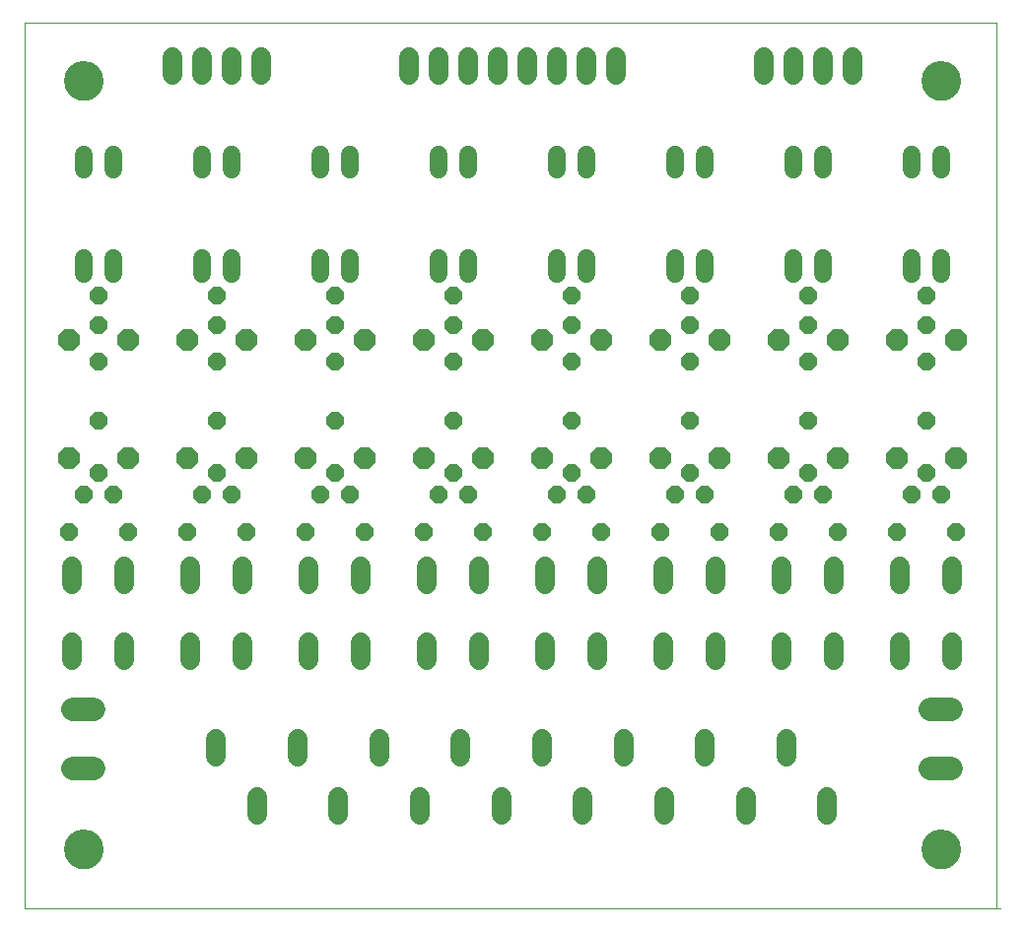
<source format=gts>
G75*
%MOIN*%
%OFA0B0*%
%FSLAX25Y25*%
%IPPOS*%
%LPD*%
%AMOC8*
5,1,8,0,0,1.08239X$1,22.5*
%
%ADD10C,0.00000*%
%ADD11OC8,0.06000*%
%ADD12C,0.13398*%
%ADD13C,0.06800*%
%ADD14OC8,0.07400*%
%ADD15C,0.07850*%
%ADD16C,0.06737*%
%ADD17C,0.06000*%
D10*
X0016800Y0016800D02*
X0346800Y0016800D01*
X0345501Y0016800D02*
X0345501Y0316761D01*
X0016800Y0316761D01*
X0016800Y0016800D01*
X0030501Y0036800D02*
X0030503Y0036958D01*
X0030509Y0037116D01*
X0030519Y0037274D01*
X0030533Y0037432D01*
X0030551Y0037589D01*
X0030572Y0037746D01*
X0030598Y0037902D01*
X0030628Y0038058D01*
X0030661Y0038213D01*
X0030699Y0038366D01*
X0030740Y0038519D01*
X0030785Y0038671D01*
X0030834Y0038822D01*
X0030887Y0038971D01*
X0030943Y0039119D01*
X0031003Y0039265D01*
X0031067Y0039410D01*
X0031135Y0039553D01*
X0031206Y0039695D01*
X0031280Y0039835D01*
X0031358Y0039972D01*
X0031440Y0040108D01*
X0031524Y0040242D01*
X0031613Y0040373D01*
X0031704Y0040502D01*
X0031799Y0040629D01*
X0031896Y0040754D01*
X0031997Y0040876D01*
X0032101Y0040995D01*
X0032208Y0041112D01*
X0032318Y0041226D01*
X0032431Y0041337D01*
X0032546Y0041446D01*
X0032664Y0041551D01*
X0032785Y0041653D01*
X0032908Y0041753D01*
X0033034Y0041849D01*
X0033162Y0041942D01*
X0033292Y0042032D01*
X0033425Y0042118D01*
X0033560Y0042202D01*
X0033696Y0042281D01*
X0033835Y0042358D01*
X0033976Y0042430D01*
X0034118Y0042500D01*
X0034262Y0042565D01*
X0034408Y0042627D01*
X0034555Y0042685D01*
X0034704Y0042740D01*
X0034854Y0042791D01*
X0035005Y0042838D01*
X0035157Y0042881D01*
X0035310Y0042920D01*
X0035465Y0042956D01*
X0035620Y0042987D01*
X0035776Y0043015D01*
X0035932Y0043039D01*
X0036089Y0043059D01*
X0036247Y0043075D01*
X0036404Y0043087D01*
X0036563Y0043095D01*
X0036721Y0043099D01*
X0036879Y0043099D01*
X0037037Y0043095D01*
X0037196Y0043087D01*
X0037353Y0043075D01*
X0037511Y0043059D01*
X0037668Y0043039D01*
X0037824Y0043015D01*
X0037980Y0042987D01*
X0038135Y0042956D01*
X0038290Y0042920D01*
X0038443Y0042881D01*
X0038595Y0042838D01*
X0038746Y0042791D01*
X0038896Y0042740D01*
X0039045Y0042685D01*
X0039192Y0042627D01*
X0039338Y0042565D01*
X0039482Y0042500D01*
X0039624Y0042430D01*
X0039765Y0042358D01*
X0039904Y0042281D01*
X0040040Y0042202D01*
X0040175Y0042118D01*
X0040308Y0042032D01*
X0040438Y0041942D01*
X0040566Y0041849D01*
X0040692Y0041753D01*
X0040815Y0041653D01*
X0040936Y0041551D01*
X0041054Y0041446D01*
X0041169Y0041337D01*
X0041282Y0041226D01*
X0041392Y0041112D01*
X0041499Y0040995D01*
X0041603Y0040876D01*
X0041704Y0040754D01*
X0041801Y0040629D01*
X0041896Y0040502D01*
X0041987Y0040373D01*
X0042076Y0040242D01*
X0042160Y0040108D01*
X0042242Y0039972D01*
X0042320Y0039835D01*
X0042394Y0039695D01*
X0042465Y0039553D01*
X0042533Y0039410D01*
X0042597Y0039265D01*
X0042657Y0039119D01*
X0042713Y0038971D01*
X0042766Y0038822D01*
X0042815Y0038671D01*
X0042860Y0038519D01*
X0042901Y0038366D01*
X0042939Y0038213D01*
X0042972Y0038058D01*
X0043002Y0037902D01*
X0043028Y0037746D01*
X0043049Y0037589D01*
X0043067Y0037432D01*
X0043081Y0037274D01*
X0043091Y0037116D01*
X0043097Y0036958D01*
X0043099Y0036800D01*
X0043097Y0036642D01*
X0043091Y0036484D01*
X0043081Y0036326D01*
X0043067Y0036168D01*
X0043049Y0036011D01*
X0043028Y0035854D01*
X0043002Y0035698D01*
X0042972Y0035542D01*
X0042939Y0035387D01*
X0042901Y0035234D01*
X0042860Y0035081D01*
X0042815Y0034929D01*
X0042766Y0034778D01*
X0042713Y0034629D01*
X0042657Y0034481D01*
X0042597Y0034335D01*
X0042533Y0034190D01*
X0042465Y0034047D01*
X0042394Y0033905D01*
X0042320Y0033765D01*
X0042242Y0033628D01*
X0042160Y0033492D01*
X0042076Y0033358D01*
X0041987Y0033227D01*
X0041896Y0033098D01*
X0041801Y0032971D01*
X0041704Y0032846D01*
X0041603Y0032724D01*
X0041499Y0032605D01*
X0041392Y0032488D01*
X0041282Y0032374D01*
X0041169Y0032263D01*
X0041054Y0032154D01*
X0040936Y0032049D01*
X0040815Y0031947D01*
X0040692Y0031847D01*
X0040566Y0031751D01*
X0040438Y0031658D01*
X0040308Y0031568D01*
X0040175Y0031482D01*
X0040040Y0031398D01*
X0039904Y0031319D01*
X0039765Y0031242D01*
X0039624Y0031170D01*
X0039482Y0031100D01*
X0039338Y0031035D01*
X0039192Y0030973D01*
X0039045Y0030915D01*
X0038896Y0030860D01*
X0038746Y0030809D01*
X0038595Y0030762D01*
X0038443Y0030719D01*
X0038290Y0030680D01*
X0038135Y0030644D01*
X0037980Y0030613D01*
X0037824Y0030585D01*
X0037668Y0030561D01*
X0037511Y0030541D01*
X0037353Y0030525D01*
X0037196Y0030513D01*
X0037037Y0030505D01*
X0036879Y0030501D01*
X0036721Y0030501D01*
X0036563Y0030505D01*
X0036404Y0030513D01*
X0036247Y0030525D01*
X0036089Y0030541D01*
X0035932Y0030561D01*
X0035776Y0030585D01*
X0035620Y0030613D01*
X0035465Y0030644D01*
X0035310Y0030680D01*
X0035157Y0030719D01*
X0035005Y0030762D01*
X0034854Y0030809D01*
X0034704Y0030860D01*
X0034555Y0030915D01*
X0034408Y0030973D01*
X0034262Y0031035D01*
X0034118Y0031100D01*
X0033976Y0031170D01*
X0033835Y0031242D01*
X0033696Y0031319D01*
X0033560Y0031398D01*
X0033425Y0031482D01*
X0033292Y0031568D01*
X0033162Y0031658D01*
X0033034Y0031751D01*
X0032908Y0031847D01*
X0032785Y0031947D01*
X0032664Y0032049D01*
X0032546Y0032154D01*
X0032431Y0032263D01*
X0032318Y0032374D01*
X0032208Y0032488D01*
X0032101Y0032605D01*
X0031997Y0032724D01*
X0031896Y0032846D01*
X0031799Y0032971D01*
X0031704Y0033098D01*
X0031613Y0033227D01*
X0031524Y0033358D01*
X0031440Y0033492D01*
X0031358Y0033628D01*
X0031280Y0033765D01*
X0031206Y0033905D01*
X0031135Y0034047D01*
X0031067Y0034190D01*
X0031003Y0034335D01*
X0030943Y0034481D01*
X0030887Y0034629D01*
X0030834Y0034778D01*
X0030785Y0034929D01*
X0030740Y0035081D01*
X0030699Y0035234D01*
X0030661Y0035387D01*
X0030628Y0035542D01*
X0030598Y0035698D01*
X0030572Y0035854D01*
X0030551Y0036011D01*
X0030533Y0036168D01*
X0030519Y0036326D01*
X0030509Y0036484D01*
X0030503Y0036642D01*
X0030501Y0036800D01*
X0030501Y0296800D02*
X0030503Y0296958D01*
X0030509Y0297116D01*
X0030519Y0297274D01*
X0030533Y0297432D01*
X0030551Y0297589D01*
X0030572Y0297746D01*
X0030598Y0297902D01*
X0030628Y0298058D01*
X0030661Y0298213D01*
X0030699Y0298366D01*
X0030740Y0298519D01*
X0030785Y0298671D01*
X0030834Y0298822D01*
X0030887Y0298971D01*
X0030943Y0299119D01*
X0031003Y0299265D01*
X0031067Y0299410D01*
X0031135Y0299553D01*
X0031206Y0299695D01*
X0031280Y0299835D01*
X0031358Y0299972D01*
X0031440Y0300108D01*
X0031524Y0300242D01*
X0031613Y0300373D01*
X0031704Y0300502D01*
X0031799Y0300629D01*
X0031896Y0300754D01*
X0031997Y0300876D01*
X0032101Y0300995D01*
X0032208Y0301112D01*
X0032318Y0301226D01*
X0032431Y0301337D01*
X0032546Y0301446D01*
X0032664Y0301551D01*
X0032785Y0301653D01*
X0032908Y0301753D01*
X0033034Y0301849D01*
X0033162Y0301942D01*
X0033292Y0302032D01*
X0033425Y0302118D01*
X0033560Y0302202D01*
X0033696Y0302281D01*
X0033835Y0302358D01*
X0033976Y0302430D01*
X0034118Y0302500D01*
X0034262Y0302565D01*
X0034408Y0302627D01*
X0034555Y0302685D01*
X0034704Y0302740D01*
X0034854Y0302791D01*
X0035005Y0302838D01*
X0035157Y0302881D01*
X0035310Y0302920D01*
X0035465Y0302956D01*
X0035620Y0302987D01*
X0035776Y0303015D01*
X0035932Y0303039D01*
X0036089Y0303059D01*
X0036247Y0303075D01*
X0036404Y0303087D01*
X0036563Y0303095D01*
X0036721Y0303099D01*
X0036879Y0303099D01*
X0037037Y0303095D01*
X0037196Y0303087D01*
X0037353Y0303075D01*
X0037511Y0303059D01*
X0037668Y0303039D01*
X0037824Y0303015D01*
X0037980Y0302987D01*
X0038135Y0302956D01*
X0038290Y0302920D01*
X0038443Y0302881D01*
X0038595Y0302838D01*
X0038746Y0302791D01*
X0038896Y0302740D01*
X0039045Y0302685D01*
X0039192Y0302627D01*
X0039338Y0302565D01*
X0039482Y0302500D01*
X0039624Y0302430D01*
X0039765Y0302358D01*
X0039904Y0302281D01*
X0040040Y0302202D01*
X0040175Y0302118D01*
X0040308Y0302032D01*
X0040438Y0301942D01*
X0040566Y0301849D01*
X0040692Y0301753D01*
X0040815Y0301653D01*
X0040936Y0301551D01*
X0041054Y0301446D01*
X0041169Y0301337D01*
X0041282Y0301226D01*
X0041392Y0301112D01*
X0041499Y0300995D01*
X0041603Y0300876D01*
X0041704Y0300754D01*
X0041801Y0300629D01*
X0041896Y0300502D01*
X0041987Y0300373D01*
X0042076Y0300242D01*
X0042160Y0300108D01*
X0042242Y0299972D01*
X0042320Y0299835D01*
X0042394Y0299695D01*
X0042465Y0299553D01*
X0042533Y0299410D01*
X0042597Y0299265D01*
X0042657Y0299119D01*
X0042713Y0298971D01*
X0042766Y0298822D01*
X0042815Y0298671D01*
X0042860Y0298519D01*
X0042901Y0298366D01*
X0042939Y0298213D01*
X0042972Y0298058D01*
X0043002Y0297902D01*
X0043028Y0297746D01*
X0043049Y0297589D01*
X0043067Y0297432D01*
X0043081Y0297274D01*
X0043091Y0297116D01*
X0043097Y0296958D01*
X0043099Y0296800D01*
X0043097Y0296642D01*
X0043091Y0296484D01*
X0043081Y0296326D01*
X0043067Y0296168D01*
X0043049Y0296011D01*
X0043028Y0295854D01*
X0043002Y0295698D01*
X0042972Y0295542D01*
X0042939Y0295387D01*
X0042901Y0295234D01*
X0042860Y0295081D01*
X0042815Y0294929D01*
X0042766Y0294778D01*
X0042713Y0294629D01*
X0042657Y0294481D01*
X0042597Y0294335D01*
X0042533Y0294190D01*
X0042465Y0294047D01*
X0042394Y0293905D01*
X0042320Y0293765D01*
X0042242Y0293628D01*
X0042160Y0293492D01*
X0042076Y0293358D01*
X0041987Y0293227D01*
X0041896Y0293098D01*
X0041801Y0292971D01*
X0041704Y0292846D01*
X0041603Y0292724D01*
X0041499Y0292605D01*
X0041392Y0292488D01*
X0041282Y0292374D01*
X0041169Y0292263D01*
X0041054Y0292154D01*
X0040936Y0292049D01*
X0040815Y0291947D01*
X0040692Y0291847D01*
X0040566Y0291751D01*
X0040438Y0291658D01*
X0040308Y0291568D01*
X0040175Y0291482D01*
X0040040Y0291398D01*
X0039904Y0291319D01*
X0039765Y0291242D01*
X0039624Y0291170D01*
X0039482Y0291100D01*
X0039338Y0291035D01*
X0039192Y0290973D01*
X0039045Y0290915D01*
X0038896Y0290860D01*
X0038746Y0290809D01*
X0038595Y0290762D01*
X0038443Y0290719D01*
X0038290Y0290680D01*
X0038135Y0290644D01*
X0037980Y0290613D01*
X0037824Y0290585D01*
X0037668Y0290561D01*
X0037511Y0290541D01*
X0037353Y0290525D01*
X0037196Y0290513D01*
X0037037Y0290505D01*
X0036879Y0290501D01*
X0036721Y0290501D01*
X0036563Y0290505D01*
X0036404Y0290513D01*
X0036247Y0290525D01*
X0036089Y0290541D01*
X0035932Y0290561D01*
X0035776Y0290585D01*
X0035620Y0290613D01*
X0035465Y0290644D01*
X0035310Y0290680D01*
X0035157Y0290719D01*
X0035005Y0290762D01*
X0034854Y0290809D01*
X0034704Y0290860D01*
X0034555Y0290915D01*
X0034408Y0290973D01*
X0034262Y0291035D01*
X0034118Y0291100D01*
X0033976Y0291170D01*
X0033835Y0291242D01*
X0033696Y0291319D01*
X0033560Y0291398D01*
X0033425Y0291482D01*
X0033292Y0291568D01*
X0033162Y0291658D01*
X0033034Y0291751D01*
X0032908Y0291847D01*
X0032785Y0291947D01*
X0032664Y0292049D01*
X0032546Y0292154D01*
X0032431Y0292263D01*
X0032318Y0292374D01*
X0032208Y0292488D01*
X0032101Y0292605D01*
X0031997Y0292724D01*
X0031896Y0292846D01*
X0031799Y0292971D01*
X0031704Y0293098D01*
X0031613Y0293227D01*
X0031524Y0293358D01*
X0031440Y0293492D01*
X0031358Y0293628D01*
X0031280Y0293765D01*
X0031206Y0293905D01*
X0031135Y0294047D01*
X0031067Y0294190D01*
X0031003Y0294335D01*
X0030943Y0294481D01*
X0030887Y0294629D01*
X0030834Y0294778D01*
X0030785Y0294929D01*
X0030740Y0295081D01*
X0030699Y0295234D01*
X0030661Y0295387D01*
X0030628Y0295542D01*
X0030598Y0295698D01*
X0030572Y0295854D01*
X0030551Y0296011D01*
X0030533Y0296168D01*
X0030519Y0296326D01*
X0030509Y0296484D01*
X0030503Y0296642D01*
X0030501Y0296800D01*
X0320501Y0296800D02*
X0320503Y0296958D01*
X0320509Y0297116D01*
X0320519Y0297274D01*
X0320533Y0297432D01*
X0320551Y0297589D01*
X0320572Y0297746D01*
X0320598Y0297902D01*
X0320628Y0298058D01*
X0320661Y0298213D01*
X0320699Y0298366D01*
X0320740Y0298519D01*
X0320785Y0298671D01*
X0320834Y0298822D01*
X0320887Y0298971D01*
X0320943Y0299119D01*
X0321003Y0299265D01*
X0321067Y0299410D01*
X0321135Y0299553D01*
X0321206Y0299695D01*
X0321280Y0299835D01*
X0321358Y0299972D01*
X0321440Y0300108D01*
X0321524Y0300242D01*
X0321613Y0300373D01*
X0321704Y0300502D01*
X0321799Y0300629D01*
X0321896Y0300754D01*
X0321997Y0300876D01*
X0322101Y0300995D01*
X0322208Y0301112D01*
X0322318Y0301226D01*
X0322431Y0301337D01*
X0322546Y0301446D01*
X0322664Y0301551D01*
X0322785Y0301653D01*
X0322908Y0301753D01*
X0323034Y0301849D01*
X0323162Y0301942D01*
X0323292Y0302032D01*
X0323425Y0302118D01*
X0323560Y0302202D01*
X0323696Y0302281D01*
X0323835Y0302358D01*
X0323976Y0302430D01*
X0324118Y0302500D01*
X0324262Y0302565D01*
X0324408Y0302627D01*
X0324555Y0302685D01*
X0324704Y0302740D01*
X0324854Y0302791D01*
X0325005Y0302838D01*
X0325157Y0302881D01*
X0325310Y0302920D01*
X0325465Y0302956D01*
X0325620Y0302987D01*
X0325776Y0303015D01*
X0325932Y0303039D01*
X0326089Y0303059D01*
X0326247Y0303075D01*
X0326404Y0303087D01*
X0326563Y0303095D01*
X0326721Y0303099D01*
X0326879Y0303099D01*
X0327037Y0303095D01*
X0327196Y0303087D01*
X0327353Y0303075D01*
X0327511Y0303059D01*
X0327668Y0303039D01*
X0327824Y0303015D01*
X0327980Y0302987D01*
X0328135Y0302956D01*
X0328290Y0302920D01*
X0328443Y0302881D01*
X0328595Y0302838D01*
X0328746Y0302791D01*
X0328896Y0302740D01*
X0329045Y0302685D01*
X0329192Y0302627D01*
X0329338Y0302565D01*
X0329482Y0302500D01*
X0329624Y0302430D01*
X0329765Y0302358D01*
X0329904Y0302281D01*
X0330040Y0302202D01*
X0330175Y0302118D01*
X0330308Y0302032D01*
X0330438Y0301942D01*
X0330566Y0301849D01*
X0330692Y0301753D01*
X0330815Y0301653D01*
X0330936Y0301551D01*
X0331054Y0301446D01*
X0331169Y0301337D01*
X0331282Y0301226D01*
X0331392Y0301112D01*
X0331499Y0300995D01*
X0331603Y0300876D01*
X0331704Y0300754D01*
X0331801Y0300629D01*
X0331896Y0300502D01*
X0331987Y0300373D01*
X0332076Y0300242D01*
X0332160Y0300108D01*
X0332242Y0299972D01*
X0332320Y0299835D01*
X0332394Y0299695D01*
X0332465Y0299553D01*
X0332533Y0299410D01*
X0332597Y0299265D01*
X0332657Y0299119D01*
X0332713Y0298971D01*
X0332766Y0298822D01*
X0332815Y0298671D01*
X0332860Y0298519D01*
X0332901Y0298366D01*
X0332939Y0298213D01*
X0332972Y0298058D01*
X0333002Y0297902D01*
X0333028Y0297746D01*
X0333049Y0297589D01*
X0333067Y0297432D01*
X0333081Y0297274D01*
X0333091Y0297116D01*
X0333097Y0296958D01*
X0333099Y0296800D01*
X0333097Y0296642D01*
X0333091Y0296484D01*
X0333081Y0296326D01*
X0333067Y0296168D01*
X0333049Y0296011D01*
X0333028Y0295854D01*
X0333002Y0295698D01*
X0332972Y0295542D01*
X0332939Y0295387D01*
X0332901Y0295234D01*
X0332860Y0295081D01*
X0332815Y0294929D01*
X0332766Y0294778D01*
X0332713Y0294629D01*
X0332657Y0294481D01*
X0332597Y0294335D01*
X0332533Y0294190D01*
X0332465Y0294047D01*
X0332394Y0293905D01*
X0332320Y0293765D01*
X0332242Y0293628D01*
X0332160Y0293492D01*
X0332076Y0293358D01*
X0331987Y0293227D01*
X0331896Y0293098D01*
X0331801Y0292971D01*
X0331704Y0292846D01*
X0331603Y0292724D01*
X0331499Y0292605D01*
X0331392Y0292488D01*
X0331282Y0292374D01*
X0331169Y0292263D01*
X0331054Y0292154D01*
X0330936Y0292049D01*
X0330815Y0291947D01*
X0330692Y0291847D01*
X0330566Y0291751D01*
X0330438Y0291658D01*
X0330308Y0291568D01*
X0330175Y0291482D01*
X0330040Y0291398D01*
X0329904Y0291319D01*
X0329765Y0291242D01*
X0329624Y0291170D01*
X0329482Y0291100D01*
X0329338Y0291035D01*
X0329192Y0290973D01*
X0329045Y0290915D01*
X0328896Y0290860D01*
X0328746Y0290809D01*
X0328595Y0290762D01*
X0328443Y0290719D01*
X0328290Y0290680D01*
X0328135Y0290644D01*
X0327980Y0290613D01*
X0327824Y0290585D01*
X0327668Y0290561D01*
X0327511Y0290541D01*
X0327353Y0290525D01*
X0327196Y0290513D01*
X0327037Y0290505D01*
X0326879Y0290501D01*
X0326721Y0290501D01*
X0326563Y0290505D01*
X0326404Y0290513D01*
X0326247Y0290525D01*
X0326089Y0290541D01*
X0325932Y0290561D01*
X0325776Y0290585D01*
X0325620Y0290613D01*
X0325465Y0290644D01*
X0325310Y0290680D01*
X0325157Y0290719D01*
X0325005Y0290762D01*
X0324854Y0290809D01*
X0324704Y0290860D01*
X0324555Y0290915D01*
X0324408Y0290973D01*
X0324262Y0291035D01*
X0324118Y0291100D01*
X0323976Y0291170D01*
X0323835Y0291242D01*
X0323696Y0291319D01*
X0323560Y0291398D01*
X0323425Y0291482D01*
X0323292Y0291568D01*
X0323162Y0291658D01*
X0323034Y0291751D01*
X0322908Y0291847D01*
X0322785Y0291947D01*
X0322664Y0292049D01*
X0322546Y0292154D01*
X0322431Y0292263D01*
X0322318Y0292374D01*
X0322208Y0292488D01*
X0322101Y0292605D01*
X0321997Y0292724D01*
X0321896Y0292846D01*
X0321799Y0292971D01*
X0321704Y0293098D01*
X0321613Y0293227D01*
X0321524Y0293358D01*
X0321440Y0293492D01*
X0321358Y0293628D01*
X0321280Y0293765D01*
X0321206Y0293905D01*
X0321135Y0294047D01*
X0321067Y0294190D01*
X0321003Y0294335D01*
X0320943Y0294481D01*
X0320887Y0294629D01*
X0320834Y0294778D01*
X0320785Y0294929D01*
X0320740Y0295081D01*
X0320699Y0295234D01*
X0320661Y0295387D01*
X0320628Y0295542D01*
X0320598Y0295698D01*
X0320572Y0295854D01*
X0320551Y0296011D01*
X0320533Y0296168D01*
X0320519Y0296326D01*
X0320509Y0296484D01*
X0320503Y0296642D01*
X0320501Y0296800D01*
X0320501Y0036800D02*
X0320503Y0036958D01*
X0320509Y0037116D01*
X0320519Y0037274D01*
X0320533Y0037432D01*
X0320551Y0037589D01*
X0320572Y0037746D01*
X0320598Y0037902D01*
X0320628Y0038058D01*
X0320661Y0038213D01*
X0320699Y0038366D01*
X0320740Y0038519D01*
X0320785Y0038671D01*
X0320834Y0038822D01*
X0320887Y0038971D01*
X0320943Y0039119D01*
X0321003Y0039265D01*
X0321067Y0039410D01*
X0321135Y0039553D01*
X0321206Y0039695D01*
X0321280Y0039835D01*
X0321358Y0039972D01*
X0321440Y0040108D01*
X0321524Y0040242D01*
X0321613Y0040373D01*
X0321704Y0040502D01*
X0321799Y0040629D01*
X0321896Y0040754D01*
X0321997Y0040876D01*
X0322101Y0040995D01*
X0322208Y0041112D01*
X0322318Y0041226D01*
X0322431Y0041337D01*
X0322546Y0041446D01*
X0322664Y0041551D01*
X0322785Y0041653D01*
X0322908Y0041753D01*
X0323034Y0041849D01*
X0323162Y0041942D01*
X0323292Y0042032D01*
X0323425Y0042118D01*
X0323560Y0042202D01*
X0323696Y0042281D01*
X0323835Y0042358D01*
X0323976Y0042430D01*
X0324118Y0042500D01*
X0324262Y0042565D01*
X0324408Y0042627D01*
X0324555Y0042685D01*
X0324704Y0042740D01*
X0324854Y0042791D01*
X0325005Y0042838D01*
X0325157Y0042881D01*
X0325310Y0042920D01*
X0325465Y0042956D01*
X0325620Y0042987D01*
X0325776Y0043015D01*
X0325932Y0043039D01*
X0326089Y0043059D01*
X0326247Y0043075D01*
X0326404Y0043087D01*
X0326563Y0043095D01*
X0326721Y0043099D01*
X0326879Y0043099D01*
X0327037Y0043095D01*
X0327196Y0043087D01*
X0327353Y0043075D01*
X0327511Y0043059D01*
X0327668Y0043039D01*
X0327824Y0043015D01*
X0327980Y0042987D01*
X0328135Y0042956D01*
X0328290Y0042920D01*
X0328443Y0042881D01*
X0328595Y0042838D01*
X0328746Y0042791D01*
X0328896Y0042740D01*
X0329045Y0042685D01*
X0329192Y0042627D01*
X0329338Y0042565D01*
X0329482Y0042500D01*
X0329624Y0042430D01*
X0329765Y0042358D01*
X0329904Y0042281D01*
X0330040Y0042202D01*
X0330175Y0042118D01*
X0330308Y0042032D01*
X0330438Y0041942D01*
X0330566Y0041849D01*
X0330692Y0041753D01*
X0330815Y0041653D01*
X0330936Y0041551D01*
X0331054Y0041446D01*
X0331169Y0041337D01*
X0331282Y0041226D01*
X0331392Y0041112D01*
X0331499Y0040995D01*
X0331603Y0040876D01*
X0331704Y0040754D01*
X0331801Y0040629D01*
X0331896Y0040502D01*
X0331987Y0040373D01*
X0332076Y0040242D01*
X0332160Y0040108D01*
X0332242Y0039972D01*
X0332320Y0039835D01*
X0332394Y0039695D01*
X0332465Y0039553D01*
X0332533Y0039410D01*
X0332597Y0039265D01*
X0332657Y0039119D01*
X0332713Y0038971D01*
X0332766Y0038822D01*
X0332815Y0038671D01*
X0332860Y0038519D01*
X0332901Y0038366D01*
X0332939Y0038213D01*
X0332972Y0038058D01*
X0333002Y0037902D01*
X0333028Y0037746D01*
X0333049Y0037589D01*
X0333067Y0037432D01*
X0333081Y0037274D01*
X0333091Y0037116D01*
X0333097Y0036958D01*
X0333099Y0036800D01*
X0333097Y0036642D01*
X0333091Y0036484D01*
X0333081Y0036326D01*
X0333067Y0036168D01*
X0333049Y0036011D01*
X0333028Y0035854D01*
X0333002Y0035698D01*
X0332972Y0035542D01*
X0332939Y0035387D01*
X0332901Y0035234D01*
X0332860Y0035081D01*
X0332815Y0034929D01*
X0332766Y0034778D01*
X0332713Y0034629D01*
X0332657Y0034481D01*
X0332597Y0034335D01*
X0332533Y0034190D01*
X0332465Y0034047D01*
X0332394Y0033905D01*
X0332320Y0033765D01*
X0332242Y0033628D01*
X0332160Y0033492D01*
X0332076Y0033358D01*
X0331987Y0033227D01*
X0331896Y0033098D01*
X0331801Y0032971D01*
X0331704Y0032846D01*
X0331603Y0032724D01*
X0331499Y0032605D01*
X0331392Y0032488D01*
X0331282Y0032374D01*
X0331169Y0032263D01*
X0331054Y0032154D01*
X0330936Y0032049D01*
X0330815Y0031947D01*
X0330692Y0031847D01*
X0330566Y0031751D01*
X0330438Y0031658D01*
X0330308Y0031568D01*
X0330175Y0031482D01*
X0330040Y0031398D01*
X0329904Y0031319D01*
X0329765Y0031242D01*
X0329624Y0031170D01*
X0329482Y0031100D01*
X0329338Y0031035D01*
X0329192Y0030973D01*
X0329045Y0030915D01*
X0328896Y0030860D01*
X0328746Y0030809D01*
X0328595Y0030762D01*
X0328443Y0030719D01*
X0328290Y0030680D01*
X0328135Y0030644D01*
X0327980Y0030613D01*
X0327824Y0030585D01*
X0327668Y0030561D01*
X0327511Y0030541D01*
X0327353Y0030525D01*
X0327196Y0030513D01*
X0327037Y0030505D01*
X0326879Y0030501D01*
X0326721Y0030501D01*
X0326563Y0030505D01*
X0326404Y0030513D01*
X0326247Y0030525D01*
X0326089Y0030541D01*
X0325932Y0030561D01*
X0325776Y0030585D01*
X0325620Y0030613D01*
X0325465Y0030644D01*
X0325310Y0030680D01*
X0325157Y0030719D01*
X0325005Y0030762D01*
X0324854Y0030809D01*
X0324704Y0030860D01*
X0324555Y0030915D01*
X0324408Y0030973D01*
X0324262Y0031035D01*
X0324118Y0031100D01*
X0323976Y0031170D01*
X0323835Y0031242D01*
X0323696Y0031319D01*
X0323560Y0031398D01*
X0323425Y0031482D01*
X0323292Y0031568D01*
X0323162Y0031658D01*
X0323034Y0031751D01*
X0322908Y0031847D01*
X0322785Y0031947D01*
X0322664Y0032049D01*
X0322546Y0032154D01*
X0322431Y0032263D01*
X0322318Y0032374D01*
X0322208Y0032488D01*
X0322101Y0032605D01*
X0321997Y0032724D01*
X0321896Y0032846D01*
X0321799Y0032971D01*
X0321704Y0033098D01*
X0321613Y0033227D01*
X0321524Y0033358D01*
X0321440Y0033492D01*
X0321358Y0033628D01*
X0321280Y0033765D01*
X0321206Y0033905D01*
X0321135Y0034047D01*
X0321067Y0034190D01*
X0321003Y0034335D01*
X0320943Y0034481D01*
X0320887Y0034629D01*
X0320834Y0034778D01*
X0320785Y0034929D01*
X0320740Y0035081D01*
X0320699Y0035234D01*
X0320661Y0035387D01*
X0320628Y0035542D01*
X0320598Y0035698D01*
X0320572Y0035854D01*
X0320551Y0036011D01*
X0320533Y0036168D01*
X0320519Y0036326D01*
X0320509Y0036484D01*
X0320503Y0036642D01*
X0320501Y0036800D01*
D11*
X0311800Y0144300D03*
X0316800Y0156800D03*
X0326800Y0156800D03*
X0321800Y0164300D03*
X0321800Y0181800D03*
X0321800Y0201800D03*
X0321800Y0214300D03*
X0321800Y0224300D03*
X0281800Y0224300D03*
X0281800Y0214300D03*
X0281800Y0201800D03*
X0281800Y0181800D03*
X0281800Y0164300D03*
X0276800Y0156800D03*
X0286800Y0156800D03*
X0291800Y0144300D03*
X0271800Y0144300D03*
X0251800Y0144300D03*
X0246800Y0156800D03*
X0236800Y0156800D03*
X0241800Y0164300D03*
X0241800Y0181800D03*
X0241800Y0201800D03*
X0241800Y0214300D03*
X0241800Y0224300D03*
X0201800Y0224300D03*
X0201800Y0214300D03*
X0201800Y0201800D03*
X0201800Y0181800D03*
X0201800Y0164300D03*
X0196800Y0156800D03*
X0206800Y0156800D03*
X0211800Y0144300D03*
X0231800Y0144300D03*
X0191800Y0144300D03*
X0171800Y0144300D03*
X0166800Y0156800D03*
X0156800Y0156800D03*
X0161800Y0164300D03*
X0161800Y0181800D03*
X0161800Y0201800D03*
X0161800Y0214300D03*
X0161800Y0224300D03*
X0121800Y0224300D03*
X0121800Y0214300D03*
X0121800Y0201800D03*
X0121800Y0181800D03*
X0121800Y0164300D03*
X0116800Y0156800D03*
X0126800Y0156800D03*
X0131800Y0144300D03*
X0151800Y0144300D03*
X0111800Y0144300D03*
X0091800Y0144300D03*
X0086800Y0156800D03*
X0076800Y0156800D03*
X0081800Y0164300D03*
X0081800Y0181800D03*
X0081800Y0201800D03*
X0081800Y0214300D03*
X0081800Y0224300D03*
X0041800Y0224300D03*
X0041800Y0214300D03*
X0041800Y0201800D03*
X0041800Y0181800D03*
X0041800Y0164300D03*
X0036800Y0156800D03*
X0046800Y0156800D03*
X0051800Y0144300D03*
X0071800Y0144300D03*
X0031800Y0144300D03*
X0331800Y0144300D03*
D12*
X0326800Y0036800D03*
X0326800Y0296800D03*
X0036800Y0296800D03*
X0036800Y0036800D03*
D13*
X0032900Y0101000D02*
X0032900Y0107000D01*
X0050700Y0107000D02*
X0050700Y0101000D01*
X0072900Y0101000D02*
X0072900Y0107000D01*
X0090700Y0107000D02*
X0090700Y0101000D01*
X0112900Y0101000D02*
X0112900Y0107000D01*
X0130700Y0107000D02*
X0130700Y0101000D01*
X0152900Y0101000D02*
X0152900Y0107000D01*
X0170700Y0107000D02*
X0170700Y0101000D01*
X0192900Y0101000D02*
X0192900Y0107000D01*
X0210700Y0107000D02*
X0210700Y0101000D01*
X0232900Y0101000D02*
X0232900Y0107000D01*
X0250700Y0107000D02*
X0250700Y0101000D01*
X0272900Y0101000D02*
X0272900Y0107000D01*
X0290700Y0107000D02*
X0290700Y0101000D01*
X0312900Y0101000D02*
X0312900Y0107000D01*
X0330700Y0107000D02*
X0330700Y0101000D01*
X0330700Y0126600D02*
X0330700Y0132600D01*
X0312900Y0132600D02*
X0312900Y0126600D01*
X0290700Y0126600D02*
X0290700Y0132600D01*
X0272900Y0132600D02*
X0272900Y0126600D01*
X0250700Y0126600D02*
X0250700Y0132600D01*
X0232900Y0132600D02*
X0232900Y0126600D01*
X0210700Y0126600D02*
X0210700Y0132600D01*
X0192900Y0132600D02*
X0192900Y0126600D01*
X0170700Y0126600D02*
X0170700Y0132600D01*
X0152900Y0132600D02*
X0152900Y0126600D01*
X0130700Y0126600D02*
X0130700Y0132600D01*
X0112900Y0132600D02*
X0112900Y0126600D01*
X0090700Y0126600D02*
X0090700Y0132600D01*
X0072900Y0132600D02*
X0072900Y0126600D01*
X0050700Y0126600D02*
X0050700Y0132600D01*
X0032900Y0132600D02*
X0032900Y0126600D01*
X0066800Y0298800D02*
X0066800Y0304800D01*
X0076800Y0304800D02*
X0076800Y0298800D01*
X0086800Y0298800D02*
X0086800Y0304800D01*
X0096800Y0304800D02*
X0096800Y0298800D01*
X0146800Y0298800D02*
X0146800Y0304800D01*
X0156800Y0304800D02*
X0156800Y0298800D01*
X0166800Y0298800D02*
X0166800Y0304800D01*
X0176800Y0304800D02*
X0176800Y0298800D01*
X0186800Y0298800D02*
X0186800Y0304800D01*
X0196800Y0304800D02*
X0196800Y0298800D01*
X0206800Y0298800D02*
X0206800Y0304800D01*
X0216800Y0304800D02*
X0216800Y0298800D01*
X0266800Y0298800D02*
X0266800Y0304800D01*
X0276800Y0304800D02*
X0276800Y0298800D01*
X0286800Y0298800D02*
X0286800Y0304800D01*
X0296800Y0304800D02*
X0296800Y0298800D01*
D14*
X0291800Y0209300D03*
X0311800Y0209300D03*
X0331800Y0209300D03*
X0331800Y0169300D03*
X0311800Y0169300D03*
X0291800Y0169300D03*
X0271800Y0169300D03*
X0251800Y0169300D03*
X0231800Y0169300D03*
X0211800Y0169300D03*
X0191800Y0169300D03*
X0171800Y0169300D03*
X0151800Y0169300D03*
X0131800Y0169300D03*
X0111800Y0169300D03*
X0091800Y0169300D03*
X0071800Y0169300D03*
X0051800Y0169300D03*
X0031800Y0169300D03*
X0031800Y0209300D03*
X0051800Y0209300D03*
X0071800Y0209300D03*
X0091800Y0209300D03*
X0111800Y0209300D03*
X0131800Y0209300D03*
X0151800Y0209300D03*
X0171800Y0209300D03*
X0191800Y0209300D03*
X0211800Y0209300D03*
X0231800Y0209300D03*
X0251800Y0209300D03*
X0271800Y0209300D03*
D15*
X0323275Y0084143D02*
X0330325Y0084143D01*
X0330325Y0064457D02*
X0323275Y0064457D01*
X0040325Y0064457D02*
X0033275Y0064457D01*
X0033275Y0084143D02*
X0040325Y0084143D01*
D16*
X0081603Y0074335D02*
X0081603Y0068398D01*
X0095383Y0054650D02*
X0095383Y0048713D01*
X0109162Y0068398D02*
X0109162Y0074335D01*
X0122942Y0054650D02*
X0122942Y0048713D01*
X0136721Y0068398D02*
X0136721Y0074335D01*
X0150501Y0054650D02*
X0150501Y0048713D01*
X0164280Y0068398D02*
X0164280Y0074335D01*
X0178060Y0054650D02*
X0178060Y0048713D01*
X0191839Y0068398D02*
X0191839Y0074335D01*
X0205619Y0054650D02*
X0205619Y0048713D01*
X0219398Y0068398D02*
X0219398Y0074335D01*
X0233178Y0054650D02*
X0233178Y0048713D01*
X0246957Y0068398D02*
X0246957Y0074335D01*
X0260737Y0054650D02*
X0260737Y0048713D01*
X0274517Y0068398D02*
X0274517Y0074335D01*
X0288296Y0054650D02*
X0288296Y0048713D01*
D17*
X0286800Y0231600D02*
X0286800Y0236800D01*
X0276800Y0236800D02*
X0276800Y0231600D01*
X0246800Y0231600D02*
X0246800Y0236800D01*
X0236800Y0236800D02*
X0236800Y0231600D01*
X0206800Y0231600D02*
X0206800Y0236800D01*
X0196800Y0236800D02*
X0196800Y0231600D01*
X0166800Y0231600D02*
X0166800Y0236800D01*
X0156800Y0236800D02*
X0156800Y0231600D01*
X0126800Y0231600D02*
X0126800Y0236800D01*
X0116800Y0236800D02*
X0116800Y0231600D01*
X0086800Y0231600D02*
X0086800Y0236800D01*
X0076800Y0236800D02*
X0076800Y0231600D01*
X0046800Y0231600D02*
X0046800Y0236800D01*
X0036800Y0236800D02*
X0036800Y0231600D01*
X0036800Y0266800D02*
X0036800Y0272000D01*
X0046800Y0272000D02*
X0046800Y0266800D01*
X0076800Y0266800D02*
X0076800Y0272000D01*
X0086800Y0272000D02*
X0086800Y0266800D01*
X0116800Y0266800D02*
X0116800Y0272000D01*
X0126800Y0272000D02*
X0126800Y0266800D01*
X0156800Y0266800D02*
X0156800Y0272000D01*
X0166800Y0272000D02*
X0166800Y0266800D01*
X0196800Y0266800D02*
X0196800Y0272000D01*
X0206800Y0272000D02*
X0206800Y0266800D01*
X0236800Y0266800D02*
X0236800Y0272000D01*
X0246800Y0272000D02*
X0246800Y0266800D01*
X0276800Y0266800D02*
X0276800Y0272000D01*
X0286800Y0272000D02*
X0286800Y0266800D01*
X0316800Y0266800D02*
X0316800Y0272000D01*
X0326800Y0272000D02*
X0326800Y0266800D01*
X0326800Y0236800D02*
X0326800Y0231600D01*
X0316800Y0231600D02*
X0316800Y0236800D01*
M02*

</source>
